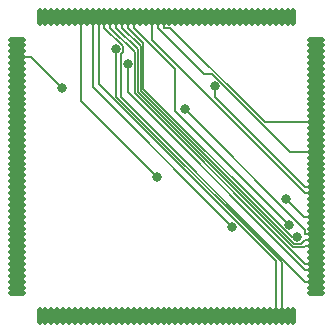
<source format=gbl>
%TF.GenerationSoftware,KiCad,Pcbnew,7.0.8*%
%TF.CreationDate,2024-01-22T11:33:51+00:00*%
%TF.ProjectId,Neptune-32x-315-5818-bypass,4e657074-756e-4652-9d33-32782d333135,rev?*%
%TF.SameCoordinates,Original*%
%TF.FileFunction,Copper,L2,Bot*%
%TF.FilePolarity,Positive*%
%FSLAX46Y46*%
G04 Gerber Fmt 4.6, Leading zero omitted, Abs format (unit mm)*
G04 Created by KiCad (PCBNEW 7.0.8) date 2024-01-22 11:33:51*
%MOMM*%
%LPD*%
G01*
G04 APERTURE LIST*
%TA.AperFunction,ComponentPad*%
%ADD10O,1.500000X0.450000*%
%TD*%
%TA.AperFunction,ComponentPad*%
%ADD11O,0.450000X1.500000*%
%TD*%
%TA.AperFunction,ViaPad*%
%ADD12C,0.800000*%
%TD*%
%TA.AperFunction,Conductor*%
%ADD13C,0.127000*%
%TD*%
G04 APERTURE END LIST*
D10*
%TO.P,IC1,1*%
%TO.N,N/C*%
X124453800Y-78200400D03*
%TO.P,IC1,2,CH0*%
%TO.N,unconnected-(IC1A-CH0-Pad2)*%
X124453800Y-78700400D03*
%TO.P,IC1,3,CH1*%
%TO.N,unconnected-(IC1A-CH1-Pad3)*%
X124453800Y-79200400D03*
%TO.P,IC1,4,OVA19*%
%TO.N,VA19*%
X124453800Y-79700400D03*
%TO.P,IC1,5,OVA20*%
%TO.N,VA20*%
X124453800Y-80200400D03*
%TO.P,IC1,6,OVA21*%
%TO.N,VA21*%
X124453800Y-80700400D03*
%TO.P,IC1,7,~{CART}*%
%TO.N,unconnected-(IC1A-~{CART}-Pad7)*%
X124453800Y-81200400D03*
%TO.P,IC1,8,KILL*%
%TO.N,unconnected-(IC1A-KILL-Pad8)*%
X124453800Y-81700400D03*
%TO.P,IC1,9*%
%TO.N,N/C*%
X124453800Y-82200400D03*
%TO.P,IC1,10*%
X124453800Y-82700400D03*
%TO.P,IC1,11*%
X124453800Y-83200400D03*
%TO.P,IC1,12*%
X124453800Y-83700400D03*
%TO.P,IC1,13*%
X124453800Y-84200400D03*
%TO.P,IC1,14*%
X124453800Y-84700400D03*
%TO.P,IC1,15*%
X124453800Y-85200400D03*
%TO.P,IC1,16*%
X124453800Y-85700400D03*
%TO.P,IC1,17*%
X124453800Y-86200400D03*
%TO.P,IC1,18*%
X124453800Y-86700400D03*
%TO.P,IC1,19*%
X124453800Y-87200400D03*
%TO.P,IC1,20*%
X124453800Y-87700400D03*
%TO.P,IC1,21*%
X124453800Y-88200400D03*
%TO.P,IC1,22*%
X124453800Y-88700400D03*
%TO.P,IC1,23*%
X124453800Y-89200400D03*
%TO.P,IC1,24*%
X124453800Y-89700400D03*
%TO.P,IC1,25*%
X124453800Y-90200400D03*
%TO.P,IC1,26*%
X124453800Y-90700400D03*
%TO.P,IC1,27*%
X124453800Y-91200400D03*
%TO.P,IC1,28*%
X124453800Y-91700400D03*
%TO.P,IC1,29*%
X124453800Y-92200400D03*
%TO.P,IC1,30*%
X124453800Y-92700400D03*
%TO.P,IC1,31*%
X124453800Y-93200400D03*
%TO.P,IC1,32*%
X124453800Y-93700400D03*
%TO.P,IC1,33,CKIO*%
%TO.N,unconnected-(IC1A-CKIO-Pad33)*%
X124453800Y-94200400D03*
%TO.P,IC1,34*%
%TO.N,N/C*%
X124453800Y-94700400D03*
%TO.P,IC1,35*%
X124453800Y-95200400D03*
%TO.P,IC1,36*%
X124453800Y-95700400D03*
%TO.P,IC1,37*%
X124453800Y-96200400D03*
%TO.P,IC1,38*%
X124453800Y-96700400D03*
%TO.P,IC1,39*%
X124453800Y-97200400D03*
%TO.P,IC1,40*%
X124453800Y-97700400D03*
%TO.P,IC1,41*%
X124453800Y-98200400D03*
%TO.P,IC1,42*%
X124453800Y-98700400D03*
%TO.P,IC1,43*%
X124453800Y-99200400D03*
%TO.P,IC1,44*%
X124453800Y-99700400D03*
D11*
%TO.P,IC1,45*%
X126378800Y-101625400D03*
%TO.P,IC1,46*%
X126878800Y-101625400D03*
%TO.P,IC1,47*%
X127378800Y-101625400D03*
%TO.P,IC1,48*%
X127878800Y-101625400D03*
%TO.P,IC1,49*%
X128378800Y-101625400D03*
%TO.P,IC1,50*%
X128878800Y-101625400D03*
%TO.P,IC1,51*%
X129378800Y-101625400D03*
%TO.P,IC1,52*%
X129878800Y-101625400D03*
%TO.P,IC1,53*%
X130378800Y-101625400D03*
%TO.P,IC1,54*%
X130878800Y-101625400D03*
%TO.P,IC1,55*%
X131378800Y-101625400D03*
%TO.P,IC1,56*%
X131878800Y-101625400D03*
%TO.P,IC1,57*%
X132378800Y-101625400D03*
%TO.P,IC1,58*%
X132878800Y-101625400D03*
%TO.P,IC1,59*%
X133378800Y-101625400D03*
%TO.P,IC1,60*%
X133878800Y-101625400D03*
%TO.P,IC1,61*%
X134378800Y-101625400D03*
%TO.P,IC1,62*%
X134878800Y-101625400D03*
%TO.P,IC1,63*%
X135378800Y-101625400D03*
%TO.P,IC1,64*%
X135878800Y-101625400D03*
%TO.P,IC1,65*%
X136378800Y-101625400D03*
%TO.P,IC1,66*%
X136878800Y-101625400D03*
%TO.P,IC1,67,VA18*%
%TO.N,unconnected-(IC1A-VA18-Pad67)*%
X137378800Y-101625400D03*
%TO.P,IC1,68,VA17*%
%TO.N,unconnected-(IC1A-VA17-Pad68)*%
X137878800Y-101625400D03*
%TO.P,IC1,69,VA16*%
%TO.N,unconnected-(IC1A-VA16-Pad69)*%
X138378800Y-101625400D03*
%TO.P,IC1,70,VA15*%
%TO.N,unconnected-(IC1A-VA15-Pad70)*%
X138878800Y-101625400D03*
%TO.P,IC1,71,VA14*%
%TO.N,unconnected-(IC1A-VA14-Pad71)*%
X139378800Y-101625400D03*
%TO.P,IC1,72,VA13*%
%TO.N,unconnected-(IC1A-VA13-Pad72)*%
X139878800Y-101625400D03*
%TO.P,IC1,73,VA12*%
%TO.N,unconnected-(IC1A-VA12-Pad73)*%
X140378800Y-101625400D03*
%TO.P,IC1,74,VA11*%
%TO.N,unconnected-(IC1A-VA11-Pad74)*%
X140878800Y-101625400D03*
%TO.P,IC1,75,VA10*%
%TO.N,unconnected-(IC1A-VA10-Pad75)*%
X141378800Y-101625400D03*
%TO.P,IC1,76,VA9*%
%TO.N,unconnected-(IC1A-VA9-Pad76)*%
X141878800Y-101625400D03*
%TO.P,IC1,77,VA8*%
%TO.N,unconnected-(IC1A-VA8-Pad77)*%
X142378800Y-101625400D03*
%TO.P,IC1,78,VA7*%
%TO.N,unconnected-(IC1A-VA7-Pad78)*%
X142878800Y-101625400D03*
%TO.P,IC1,79,VA6*%
%TO.N,unconnected-(IC1A-VA6-Pad79)*%
X143378800Y-101625400D03*
%TO.P,IC1,80,VA5*%
%TO.N,unconnected-(IC1A-VA5-Pad80)*%
X143878800Y-101625400D03*
%TO.P,IC1,81,VA4*%
%TO.N,unconnected-(IC1A-VA4-Pad81)*%
X144378800Y-101625400D03*
%TO.P,IC1,82,VA3*%
%TO.N,unconnected-(IC1A-VA3-Pad82)*%
X144878800Y-101625400D03*
%TO.P,IC1,83,VA2*%
%TO.N,unconnected-(IC1A-VA2-Pad83)*%
X145378800Y-101625400D03*
%TO.P,IC1,84,VA1*%
%TO.N,unconnected-(IC1A-VA1-Pad84)*%
X145878800Y-101625400D03*
%TO.P,IC1,85,VD7*%
%TO.N,VD7*%
X146378800Y-101625400D03*
%TO.P,IC1,86,VD0*%
%TO.N,VD0*%
X146878800Y-101625400D03*
%TO.P,IC1,87*%
%TO.N,N/C*%
X147378800Y-101625400D03*
%TO.P,IC1,88*%
X147878800Y-101625400D03*
D10*
%TO.P,IC1,89*%
X149803800Y-99700400D03*
%TO.P,IC1,90,VD8*%
%TO.N,VD8*%
X149803800Y-99200400D03*
%TO.P,IC1,91,VD6*%
%TO.N,VD6*%
X149803800Y-98700400D03*
%TO.P,IC1,92,VD1*%
%TO.N,VD1*%
X149803800Y-98200400D03*
%TO.P,IC1,93,VD9*%
%TO.N,VD9*%
X149803800Y-97700400D03*
%TO.P,IC1,94,VD5*%
%TO.N,VD5*%
X149803800Y-97200400D03*
%TO.P,IC1,95,VD2*%
%TO.N,VD2*%
X149803800Y-96700400D03*
%TO.P,IC1,96,VD10*%
%TO.N,VD10*%
X149803800Y-96200400D03*
%TO.P,IC1,97,VD4*%
%TO.N,VD4*%
X149803800Y-95700400D03*
%TO.P,IC1,98,VD3*%
%TO.N,VD3*%
X149803800Y-95200400D03*
%TO.P,IC1,99,VD11*%
%TO.N,VD11*%
X149803800Y-94700400D03*
%TO.P,IC1,100,~{MRES}*%
%TO.N,unconnected-(IC1A-~{MRES}-Pad100)*%
X149803800Y-94200400D03*
%TO.P,IC1,101,VA19*%
%TO.N,VA19*%
X149803800Y-93700400D03*
%TO.P,IC1,102,VA20*%
%TO.N,VA20*%
X149803800Y-93200400D03*
%TO.P,IC1,103,VA21*%
%TO.N,VA21*%
X149803800Y-92700400D03*
%TO.P,IC1,104,VA22*%
%TO.N,unconnected-(IC1A-VA22-Pad104)*%
X149803800Y-92200400D03*
%TO.P,IC1,105,VA23*%
%TO.N,unconnected-(IC1A-VA23-Pad105)*%
X149803800Y-91700400D03*
%TO.P,IC1,106,~{CAS0}*%
%TO.N,~{CCAS0}*%
X149803800Y-91200400D03*
%TO.P,IC1,107,~{CE0}*%
%TO.N,~{CCE0}*%
X149803800Y-90700400D03*
%TO.P,IC1,108,~{AS}*%
%TO.N,unconnected-(IC1A-~{AS}-Pad108)*%
X149803800Y-90200400D03*
%TO.P,IC1,109,~{DTAK}*%
%TO.N,unconnected-(IC1A-~{DTAK}-Pad109)*%
X149803800Y-89700400D03*
%TO.P,IC1,110*%
%TO.N,N/C*%
X149803800Y-89200400D03*
%TO.P,IC1,111*%
X149803800Y-88700400D03*
%TO.P,IC1,112,VCLK*%
%TO.N,unconnected-(IC1A-VCLK-Pad112)*%
X149803800Y-88200400D03*
%TO.P,IC1,113,~{CAS2}*%
%TO.N,~{CCAS2}*%
X149803800Y-87700400D03*
%TO.P,IC1,114,VD15*%
%TO.N,VD15*%
X149803800Y-87200400D03*
%TO.P,IC1,115,VD14*%
%TO.N,VD14*%
X149803800Y-86700400D03*
%TO.P,IC1,116,VD13*%
%TO.N,VD13*%
X149803800Y-86200400D03*
%TO.P,IC1,117,VD12*%
%TO.N,VD12*%
X149803800Y-85700400D03*
%TO.P,IC1,118,~{ASEL}*%
%TO.N,~{CASEL}*%
X149803800Y-85200400D03*
%TO.P,IC1,119,~{VRES}*%
%TO.N,unconnected-(IC1A-~{VRES}-Pad119)*%
X149803800Y-84700400D03*
%TO.P,IC1,120,~{LWR}*%
%TO.N,~{CLWR}*%
X149803800Y-84200400D03*
%TO.P,IC1,121,~{UWR}*%
%TO.N,unconnected-(IC1A-~{UWR}-Pad121)*%
X149803800Y-83700400D03*
%TO.P,IC1,122*%
%TO.N,N/C*%
X149803800Y-83200400D03*
%TO.P,IC1,123*%
X149803800Y-82700400D03*
%TO.P,IC1,124*%
X149803800Y-82200400D03*
%TO.P,IC1,125*%
X149803800Y-81700400D03*
%TO.P,IC1,126*%
X149803800Y-81200400D03*
%TO.P,IC1,127*%
X149803800Y-80700400D03*
%TO.P,IC1,128,~{OUWE}*%
%TO.N,unconnected-(IC1A-~{OUWE}-Pad128)*%
X149803800Y-80200400D03*
%TO.P,IC1,129,AVDD*%
%TO.N,unconnected-(IC1A-AVDD-Pad129)*%
X149803800Y-79700400D03*
%TO.P,IC1,130,AGND*%
%TO.N,unconnected-(IC1A-AGND-Pad130)*%
X149803800Y-79200400D03*
%TO.P,IC1,131*%
%TO.N,N/C*%
X149803800Y-78700400D03*
%TO.P,IC1,132*%
X149803800Y-78200400D03*
D11*
%TO.P,IC1,133*%
X147878800Y-76275400D03*
%TO.P,IC1,134*%
X147378800Y-76275400D03*
%TO.P,IC1,135*%
X146878800Y-76275400D03*
%TO.P,IC1,136*%
X146378800Y-76275400D03*
%TO.P,IC1,137*%
X145878800Y-76275400D03*
%TO.P,IC1,138*%
X145378800Y-76275400D03*
%TO.P,IC1,139*%
X144878800Y-76275400D03*
%TO.P,IC1,140*%
X144378800Y-76275400D03*
%TO.P,IC1,141*%
X143878800Y-76275400D03*
%TO.P,IC1,142*%
X143378800Y-76275400D03*
%TO.P,IC1,143*%
X142878800Y-76275400D03*
%TO.P,IC1,144*%
X142378800Y-76275400D03*
%TO.P,IC1,145*%
X141878800Y-76275400D03*
%TO.P,IC1,146*%
X141378800Y-76275400D03*
%TO.P,IC1,147*%
X140878800Y-76275400D03*
%TO.P,IC1,148*%
X140378800Y-76275400D03*
%TO.P,IC1,149*%
X139878800Y-76275400D03*
%TO.P,IC1,150*%
X139378800Y-76275400D03*
%TO.P,IC1,151,~{SEL}*%
%TO.N,unconnected-(IC1A-~{SEL}-Pad151)*%
X138878800Y-76275400D03*
%TO.P,IC1,152,CHPLL*%
%TO.N,unconnected-(IC1A-CHPLL-Pad152)*%
X138378800Y-76275400D03*
%TO.P,IC1,153,BUNRI*%
%TO.N,unconnected-(IC1A-BUNRI-Pad153)*%
X137878800Y-76275400D03*
%TO.P,IC1,154,~{OCE0}*%
%TO.N,~{CCE0}*%
X137378800Y-76275400D03*
%TO.P,IC1,155,~{OASEL}*%
%TO.N,~{CASEL}*%
X136878800Y-76275400D03*
%TO.P,IC1,156,~{OCAS2}*%
%TO.N,~{CCAS2}*%
X136378800Y-76275400D03*
%TO.P,IC1,157,~{OCAS0}*%
%TO.N,~{CCAS0}*%
X135878800Y-76275400D03*
%TO.P,IC1,158,~{OLWE}*%
%TO.N,~{CLWR}*%
X135378800Y-76275400D03*
%TO.P,IC1,159,RD0*%
%TO.N,VD0*%
X134878800Y-76275400D03*
%TO.P,IC1,160,RD1*%
%TO.N,VD1*%
X134378800Y-76275400D03*
%TO.P,IC1,161,RD2*%
%TO.N,VD2*%
X133878800Y-76275400D03*
%TO.P,IC1,162,RD3*%
%TO.N,VD3*%
X133378800Y-76275400D03*
%TO.P,IC1,163,RD4*%
%TO.N,VD4*%
X132878800Y-76275400D03*
%TO.P,IC1,164,RD5*%
%TO.N,VD5*%
X132378800Y-76275400D03*
%TO.P,IC1,165,RD6*%
%TO.N,VD6*%
X131878800Y-76275400D03*
%TO.P,IC1,166,RD7*%
%TO.N,VD7*%
X131378800Y-76275400D03*
%TO.P,IC1,167,RD8*%
%TO.N,VD8*%
X130878800Y-76275400D03*
%TO.P,IC1,168,RD9*%
%TO.N,VD9*%
X130378800Y-76275400D03*
%TO.P,IC1,169,RD10*%
%TO.N,VD10*%
X129878800Y-76275400D03*
%TO.P,IC1,170,RD11*%
%TO.N,VD11*%
X129378800Y-76275400D03*
%TO.P,IC1,171,RD12*%
%TO.N,VD12*%
X128878800Y-76275400D03*
%TO.P,IC1,172,RD13*%
%TO.N,VD13*%
X128378800Y-76275400D03*
%TO.P,IC1,173,RD14*%
%TO.N,VD14*%
X127878800Y-76275400D03*
%TO.P,IC1,174,RD15*%
%TO.N,VD15*%
X127378800Y-76275400D03*
%TO.P,IC1,175*%
%TO.N,N/C*%
X126878800Y-76275400D03*
%TO.P,IC1,176*%
X126378800Y-76275400D03*
%TD*%
D12*
%TO.N,~{CCE0}*%
X141194700Y-82164600D03*
%TO.N,VD11*%
X138661200Y-84113900D03*
%TO.N,VD10*%
X136304600Y-89817200D03*
%TO.N,VD2*%
X148162200Y-94943300D03*
%TO.N,VD9*%
X133853700Y-80234600D03*
%TO.N,VD1*%
X147512700Y-93882900D03*
%TO.N,VD8*%
X142678900Y-94059900D03*
%TO.N,VD0*%
X132858000Y-79025700D03*
%TO.N,VA20*%
X147251400Y-91703000D03*
%TO.N,VA19*%
X128272500Y-82284500D03*
%TD*%
D13*
%TO.N,~{CASEL}*%
X136878800Y-76275400D02*
X136878800Y-77209200D01*
X137449400Y-77209200D02*
X136878800Y-77209200D01*
X145440600Y-85200400D02*
X137449400Y-77209200D01*
X149803800Y-85200400D02*
X145440600Y-85200400D01*
%TO.N,~{CCAS2}*%
X136378800Y-76275400D02*
X136378800Y-77209200D01*
X140293300Y-81123700D02*
X136378800Y-77209200D01*
X141014200Y-81123700D02*
X140293300Y-81123700D01*
X147590900Y-87700400D02*
X141014200Y-81123700D01*
X149803800Y-87700400D02*
X147590900Y-87700400D01*
%TO.N,~{CCE0}*%
X141194700Y-83025100D02*
X148870000Y-90700400D01*
X141194700Y-82164600D02*
X141194700Y-83025100D01*
X149803800Y-90700400D02*
X148870000Y-90700400D01*
%TO.N,~{CCAS0}*%
X135878800Y-78209200D02*
X148870000Y-91200400D01*
X135878800Y-76275400D02*
X135878800Y-78209200D01*
X149803800Y-91200400D02*
X148870000Y-91200400D01*
%TO.N,VD11*%
X148870000Y-94322700D02*
X148870000Y-94700400D01*
X138661200Y-84113900D02*
X148870000Y-94322700D01*
X149803800Y-94700400D02*
X148870000Y-94700400D01*
%TO.N,VD3*%
X133378800Y-76275400D02*
X133378800Y-77209200D01*
X149803800Y-95200400D02*
X148870000Y-95200400D01*
X134932100Y-78762500D02*
X133378800Y-77209200D01*
X134932100Y-82543100D02*
X134932100Y-78762500D01*
X147922500Y-95533500D02*
X134932100Y-82543100D01*
X148536900Y-95533500D02*
X147922500Y-95533500D01*
X148870000Y-95200400D02*
X148536900Y-95533500D01*
%TO.N,VD4*%
X132878800Y-76275400D02*
X132878800Y-77209200D01*
X149803800Y-95700400D02*
X148870000Y-95700400D01*
X134684800Y-79015200D02*
X132878800Y-77209200D01*
X134684800Y-82665300D02*
X134684800Y-79015200D01*
X147811000Y-95791500D02*
X134684800Y-82665300D01*
X148778900Y-95791500D02*
X147811000Y-95791500D01*
X148870000Y-95700400D02*
X148778900Y-95791500D01*
%TO.N,VD10*%
X129878800Y-83391400D02*
X136304600Y-89817200D01*
X129878800Y-76275400D02*
X129878800Y-83391400D01*
%TO.N,VD2*%
X133878800Y-76275400D02*
X133878800Y-77209200D01*
X135179400Y-78509800D02*
X133878800Y-77209200D01*
X135179400Y-82381000D02*
X135179400Y-78509800D01*
X147741700Y-94943300D02*
X135179400Y-82381000D01*
X148162200Y-94943300D02*
X147741700Y-94943300D01*
%TO.N,VD5*%
X132378800Y-76275400D02*
X132378800Y-77209200D01*
X149803800Y-97200400D02*
X148870000Y-97200400D01*
X134437500Y-79267900D02*
X132378800Y-77209200D01*
X134437500Y-82767900D02*
X134437500Y-79267900D01*
X148870000Y-97200400D02*
X134437500Y-82767900D01*
%TO.N,VD9*%
X149803800Y-97700400D02*
X148870000Y-97700400D01*
X133853700Y-82684100D02*
X133853700Y-80234600D01*
X148870000Y-97700400D02*
X133853700Y-82684100D01*
%TO.N,VD1*%
X134378800Y-76275400D02*
X134378800Y-77209200D01*
X137876400Y-84246600D02*
X147512700Y-93882900D01*
X137876400Y-80706800D02*
X137876400Y-84246600D01*
X134378800Y-77209200D02*
X137876400Y-80706800D01*
%TO.N,VD6*%
X149803800Y-98700400D02*
X148870000Y-98700400D01*
X131878800Y-76275400D02*
X131878800Y-77209200D01*
X133441800Y-78772200D02*
X131878800Y-77209200D01*
X133441800Y-79267500D02*
X133441800Y-78772200D01*
X133269800Y-79439500D02*
X133441800Y-79267500D01*
X133269800Y-83100200D02*
X133269800Y-79439500D01*
X148870000Y-98700400D02*
X133269800Y-83100200D01*
%TO.N,VD8*%
X130878800Y-82259800D02*
X142678900Y-94059900D01*
X130878800Y-76275400D02*
X130878800Y-82259800D01*
%TO.N,VD0*%
X146878800Y-97059000D02*
X146878800Y-101625400D01*
X132858000Y-83038200D02*
X146878800Y-97059000D01*
X132858000Y-79025700D02*
X132858000Y-83038200D01*
%TO.N,VD7*%
X131378800Y-76275400D02*
X131378800Y-77209200D01*
X146378800Y-96934200D02*
X146378800Y-101625400D01*
X131378800Y-81934200D02*
X146378800Y-96934200D01*
X131378800Y-77209200D02*
X131378800Y-81934200D01*
%TO.N,VA20*%
X148748800Y-93200400D02*
X147251400Y-91703000D01*
X149803800Y-93200400D02*
X148748800Y-93200400D01*
%TO.N,VA19*%
X125688400Y-79700400D02*
X124453800Y-79700400D01*
X128272500Y-82284500D02*
X125688400Y-79700400D01*
%TD*%
M02*

</source>
